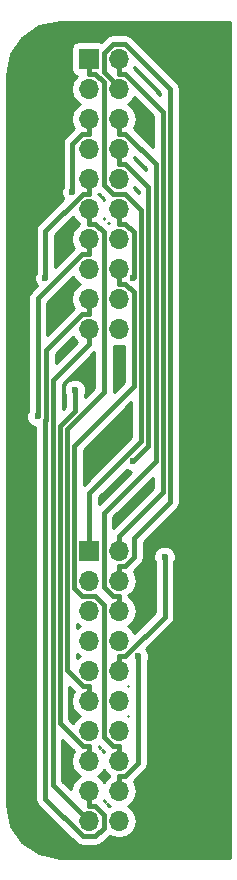
<source format=gbr>
G04 #@! TF.FileFunction,Copper,L1,Top,Signal*
%FSLAX46Y46*%
G04 Gerber Fmt 4.6, Leading zero omitted, Abs format (unit mm)*
G04 Created by KiCad (PCBNEW 4.0.7) date 04/11/18 13:12:21*
%MOMM*%
%LPD*%
G01*
G04 APERTURE LIST*
%ADD10C,0.100000*%
%ADD11R,1.700000X1.700000*%
%ADD12O,1.700000X1.700000*%
%ADD13C,0.600000*%
%ADD14C,0.400000*%
%ADD15C,0.254000*%
G04 APERTURE END LIST*
D10*
D11*
X106680000Y-69850000D03*
D12*
X109220000Y-69850000D03*
X106680000Y-72390000D03*
X109220000Y-72390000D03*
X106680000Y-74930000D03*
X109220000Y-74930000D03*
X106680000Y-77470000D03*
X109220000Y-77470000D03*
X106680000Y-80010000D03*
X109220000Y-80010000D03*
X106680000Y-82550000D03*
X109220000Y-82550000D03*
X106680000Y-85090000D03*
X109220000Y-85090000D03*
X106680000Y-87630000D03*
X109220000Y-87630000D03*
X106680000Y-90170000D03*
X109220000Y-90170000D03*
X106680000Y-92710000D03*
X109220000Y-92710000D03*
D11*
X106680000Y-111506000D03*
D12*
X109220000Y-111506000D03*
X106680000Y-114046000D03*
X109220000Y-114046000D03*
X106680000Y-116586000D03*
X109220000Y-116586000D03*
X106680000Y-119126000D03*
X109220000Y-119126000D03*
X106680000Y-121666000D03*
X109220000Y-121666000D03*
X106680000Y-124206000D03*
X109220000Y-124206000D03*
X106680000Y-126746000D03*
X109220000Y-126746000D03*
X106680000Y-129286000D03*
X109220000Y-129286000D03*
X106680000Y-131826000D03*
X109220000Y-131826000D03*
X106680000Y-134366000D03*
X109220000Y-134366000D03*
D13*
X105292200Y-81129000D03*
X110463700Y-103883200D03*
X103009700Y-88380300D03*
X113093000Y-112000500D03*
X110400800Y-88379600D03*
X102340400Y-100113700D03*
X105500100Y-97848200D03*
X110827000Y-120410100D03*
D14*
X106680000Y-69850000D02*
X106680000Y-71100300D01*
X106680000Y-71100300D02*
X107227000Y-71100300D01*
X106680000Y-106634900D02*
X106680000Y-111506000D01*
X111130100Y-102184800D02*
X106680000Y-106634900D01*
X111130100Y-82643400D02*
X111130100Y-102184800D01*
X109766700Y-81280000D02*
X111130100Y-82643400D01*
X108707800Y-81280000D02*
X109766700Y-81280000D01*
X107969700Y-80541900D02*
X108707800Y-81280000D01*
X107969700Y-71843000D02*
X107969700Y-80541900D01*
X107227000Y-71100300D02*
X107969700Y-71843000D01*
X109220000Y-111506000D02*
X109220000Y-110255700D01*
X109220000Y-69850000D02*
X109220000Y-71100300D01*
X112943900Y-106531800D02*
X109220000Y-110255700D01*
X112943900Y-74306100D02*
X112943900Y-106531800D01*
X109738100Y-71100300D02*
X112943900Y-74306100D01*
X109220000Y-71100300D02*
X109738100Y-71100300D01*
X109738100Y-112795700D02*
X109220000Y-112795700D01*
X110509600Y-112024200D02*
X109738100Y-112795700D01*
X110509600Y-110372600D02*
X110509600Y-112024200D01*
X113546000Y-107336200D02*
X110509600Y-110372600D01*
X113546000Y-72401200D02*
X113546000Y-107336200D01*
X109734400Y-68589600D02*
X113546000Y-72401200D01*
X108692700Y-68589600D02*
X109734400Y-68589600D01*
X107930500Y-69351800D02*
X108692700Y-68589600D01*
X107930500Y-70954700D02*
X107930500Y-69351800D01*
X109220000Y-72244200D02*
X107930500Y-70954700D01*
X109220000Y-72390000D02*
X109220000Y-72244200D01*
X109220000Y-114046000D02*
X109220000Y-112795700D01*
X105292200Y-77021100D02*
X105292200Y-81129000D01*
X106133000Y-76180300D02*
X105292200Y-77021100D01*
X106680000Y-76180300D02*
X106133000Y-76180300D01*
X106680000Y-74930000D02*
X106680000Y-76180300D01*
X109220000Y-74930000D02*
X109220000Y-76180300D01*
X109220000Y-116586000D02*
X109220000Y-115335700D01*
X108701900Y-115335700D02*
X109220000Y-115335700D01*
X107930400Y-114564200D02*
X108701900Y-115335700D01*
X107930400Y-108330100D02*
X107930400Y-114564200D01*
X112343500Y-103917000D02*
X107930400Y-108330100D01*
X112343500Y-78756800D02*
X112343500Y-103917000D01*
X109767000Y-76180300D02*
X112343500Y-78756800D01*
X109220000Y-76180300D02*
X109767000Y-76180300D01*
X109220000Y-77470000D02*
X109220000Y-78720300D01*
X111730500Y-102616400D02*
X110463700Y-103883200D01*
X111730500Y-80683800D02*
X111730500Y-102616400D01*
X109767000Y-78720300D02*
X111730500Y-80683800D01*
X109220000Y-78720300D02*
X109767000Y-78720300D01*
X106680000Y-80010000D02*
X106680000Y-81260300D01*
X103009700Y-84401900D02*
X103009700Y-88380300D01*
X106151200Y-81260400D02*
X103009700Y-84401900D01*
X106151200Y-81260300D02*
X106151200Y-81260400D01*
X106680000Y-81260300D02*
X106151200Y-81260300D01*
X109738100Y-120415700D02*
X109220000Y-120415700D01*
X113093000Y-117060800D02*
X109738100Y-120415700D01*
X113093000Y-112000500D02*
X113093000Y-117060800D01*
X109220000Y-121666000D02*
X109220000Y-120415700D01*
X106161900Y-122955700D02*
X106680000Y-122955700D01*
X104809800Y-121603600D02*
X106161900Y-122955700D01*
X104809800Y-101181600D02*
X104809800Y-121603600D01*
X107950000Y-98041400D02*
X104809800Y-101181600D01*
X107950000Y-84523300D02*
X107950000Y-98041400D01*
X107227000Y-83800300D02*
X107950000Y-84523300D01*
X106680000Y-83800300D02*
X107227000Y-83800300D01*
X106680000Y-82550000D02*
X106680000Y-83800300D01*
X106680000Y-124206000D02*
X106680000Y-122955700D01*
X109220000Y-82550000D02*
X109220000Y-83800300D01*
X110470300Y-88310100D02*
X110400800Y-88379600D01*
X110470300Y-84503500D02*
X110470300Y-88310100D01*
X109767100Y-83800300D02*
X110470300Y-84503500D01*
X109220000Y-83800300D02*
X109767100Y-83800300D01*
X102340400Y-90132800D02*
X102340400Y-100113700D01*
X106132900Y-86340300D02*
X102340400Y-90132800D01*
X106680000Y-86340300D02*
X106132900Y-86340300D01*
X106680000Y-85090000D02*
X106680000Y-86340300D01*
X106680000Y-129286000D02*
X106680000Y-128035700D01*
X105500100Y-99642200D02*
X105500100Y-97848200D01*
X104209400Y-100932900D02*
X105500100Y-99642200D01*
X104209400Y-126083200D02*
X104209400Y-100932900D01*
X106161900Y-128035700D02*
X104209400Y-126083200D01*
X106680000Y-128035700D02*
X106161900Y-128035700D01*
X109220000Y-87630000D02*
X109220000Y-88880300D01*
X109220000Y-129286000D02*
X109220000Y-128035700D01*
X109731800Y-88880300D02*
X109220000Y-88880300D01*
X110473300Y-89621800D02*
X109731800Y-88880300D01*
X110473300Y-97567200D02*
X110473300Y-89621800D01*
X105410200Y-102630300D02*
X110473300Y-97567200D01*
X105410200Y-114612200D02*
X105410200Y-102630300D01*
X106114000Y-115316000D02*
X105410200Y-114612200D01*
X107204600Y-115316000D02*
X106114000Y-115316000D01*
X107950000Y-116061400D02*
X107204600Y-115316000D01*
X107950000Y-127283800D02*
X107950000Y-116061400D01*
X108701900Y-128035700D02*
X107950000Y-127283800D01*
X109220000Y-128035700D02*
X108701900Y-128035700D01*
X106680000Y-90170000D02*
X106680000Y-91420300D01*
X106680000Y-131826000D02*
X106680000Y-133076300D01*
X106133000Y-91420300D02*
X106680000Y-91420300D01*
X103040700Y-94512600D02*
X106133000Y-91420300D01*
X103040700Y-100403800D02*
X103040700Y-94512600D01*
X102989300Y-100455200D02*
X103040700Y-100403800D01*
X102989300Y-132470500D02*
X102989300Y-100455200D01*
X106185200Y-135666400D02*
X102989300Y-132470500D01*
X107220500Y-135666400D02*
X106185200Y-135666400D01*
X107950000Y-134936900D02*
X107220500Y-135666400D01*
X107950000Y-133828200D02*
X107950000Y-134936900D01*
X107198100Y-133076300D02*
X107950000Y-133828200D01*
X106680000Y-133076300D02*
X107198100Y-133076300D01*
X109220000Y-131826000D02*
X109220000Y-130575700D01*
X110827000Y-129486800D02*
X110827000Y-120410100D01*
X109738100Y-130575700D02*
X110827000Y-129486800D01*
X109220000Y-130575700D02*
X109738100Y-130575700D01*
X103641000Y-96999300D02*
X106680000Y-93960300D01*
X103641000Y-100652400D02*
X103641000Y-96999300D01*
X103609000Y-100684400D02*
X103641000Y-100652400D01*
X103609000Y-131295000D02*
X103609000Y-100684400D01*
X106680000Y-134366000D02*
X103609000Y-131295000D01*
X106680000Y-92710000D02*
X106680000Y-93960300D01*
D15*
G36*
X118670000Y-137466000D02*
X104209931Y-137466000D01*
X102472997Y-137120502D01*
X101059779Y-136176221D01*
X100115498Y-134763005D01*
X99770000Y-133026069D01*
X99770000Y-100298867D01*
X101405238Y-100298867D01*
X101547283Y-100642643D01*
X101810073Y-100905892D01*
X102153601Y-101048538D01*
X102154300Y-101048539D01*
X102154300Y-132470500D01*
X102217861Y-132790041D01*
X102278638Y-132881000D01*
X102398866Y-133060934D01*
X105594766Y-136256834D01*
X105865659Y-136437839D01*
X106185200Y-136501400D01*
X107220500Y-136501400D01*
X107540041Y-136437839D01*
X107810934Y-136256834D01*
X108447092Y-135620676D01*
X108622622Y-135737961D01*
X109190907Y-135851000D01*
X109249093Y-135851000D01*
X109817378Y-135737961D01*
X110299147Y-135416054D01*
X110621054Y-134934285D01*
X110734093Y-134366000D01*
X110621054Y-133797715D01*
X110299147Y-133315946D01*
X109969974Y-133096000D01*
X110299147Y-132876054D01*
X110621054Y-132394285D01*
X110734093Y-131826000D01*
X110621054Y-131257715D01*
X110467205Y-131027463D01*
X111417434Y-130077234D01*
X111551604Y-129876434D01*
X111598439Y-129806341D01*
X111662000Y-129486800D01*
X111662000Y-120837334D01*
X111761838Y-120596899D01*
X111762162Y-120224933D01*
X111620117Y-119881157D01*
X111536887Y-119797781D01*
X113683434Y-117651234D01*
X113693577Y-117636054D01*
X113864439Y-117380341D01*
X113928000Y-117060800D01*
X113928000Y-112427734D01*
X114027838Y-112187299D01*
X114028162Y-111815333D01*
X113886117Y-111471557D01*
X113623327Y-111208308D01*
X113279799Y-111065662D01*
X112907833Y-111065338D01*
X112564057Y-111207383D01*
X112300808Y-111470173D01*
X112158162Y-111813701D01*
X112157838Y-112185667D01*
X112258000Y-112428078D01*
X112258000Y-116714932D01*
X110538607Y-118434325D01*
X110299147Y-118075946D01*
X109969974Y-117856000D01*
X110299147Y-117636054D01*
X110621054Y-117154285D01*
X110734093Y-116586000D01*
X110621054Y-116017715D01*
X110299147Y-115535946D01*
X110055000Y-115372813D01*
X110055000Y-115335700D01*
X110041566Y-115268164D01*
X110299147Y-115096054D01*
X110621054Y-114614285D01*
X110734093Y-114046000D01*
X110621054Y-113477715D01*
X110467205Y-113247463D01*
X111100034Y-112614634D01*
X111281040Y-112343740D01*
X111344600Y-112024200D01*
X111344600Y-110718468D01*
X114136434Y-107926634D01*
X114261362Y-107739666D01*
X114317439Y-107655741D01*
X114381000Y-107336200D01*
X114381000Y-72401200D01*
X114317439Y-72081659D01*
X114136434Y-71810766D01*
X110324834Y-67999166D01*
X110209875Y-67922353D01*
X110053941Y-67818161D01*
X109734400Y-67754600D01*
X108692700Y-67754600D01*
X108373160Y-67818160D01*
X108102266Y-67999166D01*
X107712013Y-68389419D01*
X107530000Y-68352560D01*
X105830000Y-68352560D01*
X105594683Y-68396838D01*
X105378559Y-68535910D01*
X105233569Y-68748110D01*
X105182560Y-69000000D01*
X105182560Y-70700000D01*
X105226838Y-70935317D01*
X105365910Y-71151441D01*
X105578110Y-71296431D01*
X105645541Y-71310086D01*
X105600853Y-71339946D01*
X105278946Y-71821715D01*
X105165907Y-72390000D01*
X105278946Y-72958285D01*
X105600853Y-73440054D01*
X105930026Y-73660000D01*
X105600853Y-73879946D01*
X105278946Y-74361715D01*
X105165907Y-74930000D01*
X105278946Y-75498285D01*
X105421219Y-75711213D01*
X104701766Y-76430666D01*
X104520761Y-76701559D01*
X104457200Y-77021100D01*
X104457200Y-80701766D01*
X104357362Y-80942201D01*
X104357038Y-81314167D01*
X104499083Y-81657943D01*
X104535904Y-81694828D01*
X102419266Y-83811466D01*
X102238261Y-84082359D01*
X102174700Y-84401900D01*
X102174700Y-87953066D01*
X102074862Y-88193501D01*
X102074538Y-88565467D01*
X102216583Y-88909243D01*
X102299763Y-88992569D01*
X101749966Y-89542366D01*
X101568961Y-89813259D01*
X101505400Y-90132800D01*
X101505400Y-99686466D01*
X101405562Y-99926901D01*
X101405238Y-100298867D01*
X99770000Y-100298867D01*
X99770000Y-71189931D01*
X100115498Y-69452995D01*
X101059779Y-68039779D01*
X102472997Y-67095498D01*
X104209931Y-66750000D01*
X118670000Y-66750000D01*
X118670000Y-137466000D01*
X118670000Y-137466000D01*
G37*
X118670000Y-137466000D02*
X104209931Y-137466000D01*
X102472997Y-137120502D01*
X101059779Y-136176221D01*
X100115498Y-134763005D01*
X99770000Y-133026069D01*
X99770000Y-100298867D01*
X101405238Y-100298867D01*
X101547283Y-100642643D01*
X101810073Y-100905892D01*
X102153601Y-101048538D01*
X102154300Y-101048539D01*
X102154300Y-132470500D01*
X102217861Y-132790041D01*
X102278638Y-132881000D01*
X102398866Y-133060934D01*
X105594766Y-136256834D01*
X105865659Y-136437839D01*
X106185200Y-136501400D01*
X107220500Y-136501400D01*
X107540041Y-136437839D01*
X107810934Y-136256834D01*
X108447092Y-135620676D01*
X108622622Y-135737961D01*
X109190907Y-135851000D01*
X109249093Y-135851000D01*
X109817378Y-135737961D01*
X110299147Y-135416054D01*
X110621054Y-134934285D01*
X110734093Y-134366000D01*
X110621054Y-133797715D01*
X110299147Y-133315946D01*
X109969974Y-133096000D01*
X110299147Y-132876054D01*
X110621054Y-132394285D01*
X110734093Y-131826000D01*
X110621054Y-131257715D01*
X110467205Y-131027463D01*
X111417434Y-130077234D01*
X111551604Y-129876434D01*
X111598439Y-129806341D01*
X111662000Y-129486800D01*
X111662000Y-120837334D01*
X111761838Y-120596899D01*
X111762162Y-120224933D01*
X111620117Y-119881157D01*
X111536887Y-119797781D01*
X113683434Y-117651234D01*
X113693577Y-117636054D01*
X113864439Y-117380341D01*
X113928000Y-117060800D01*
X113928000Y-112427734D01*
X114027838Y-112187299D01*
X114028162Y-111815333D01*
X113886117Y-111471557D01*
X113623327Y-111208308D01*
X113279799Y-111065662D01*
X112907833Y-111065338D01*
X112564057Y-111207383D01*
X112300808Y-111470173D01*
X112158162Y-111813701D01*
X112157838Y-112185667D01*
X112258000Y-112428078D01*
X112258000Y-116714932D01*
X110538607Y-118434325D01*
X110299147Y-118075946D01*
X109969974Y-117856000D01*
X110299147Y-117636054D01*
X110621054Y-117154285D01*
X110734093Y-116586000D01*
X110621054Y-116017715D01*
X110299147Y-115535946D01*
X110055000Y-115372813D01*
X110055000Y-115335700D01*
X110041566Y-115268164D01*
X110299147Y-115096054D01*
X110621054Y-114614285D01*
X110734093Y-114046000D01*
X110621054Y-113477715D01*
X110467205Y-113247463D01*
X111100034Y-112614634D01*
X111281040Y-112343740D01*
X111344600Y-112024200D01*
X111344600Y-110718468D01*
X114136434Y-107926634D01*
X114261362Y-107739666D01*
X114317439Y-107655741D01*
X114381000Y-107336200D01*
X114381000Y-72401200D01*
X114317439Y-72081659D01*
X114136434Y-71810766D01*
X110324834Y-67999166D01*
X110209875Y-67922353D01*
X110053941Y-67818161D01*
X109734400Y-67754600D01*
X108692700Y-67754600D01*
X108373160Y-67818160D01*
X108102266Y-67999166D01*
X107712013Y-68389419D01*
X107530000Y-68352560D01*
X105830000Y-68352560D01*
X105594683Y-68396838D01*
X105378559Y-68535910D01*
X105233569Y-68748110D01*
X105182560Y-69000000D01*
X105182560Y-70700000D01*
X105226838Y-70935317D01*
X105365910Y-71151441D01*
X105578110Y-71296431D01*
X105645541Y-71310086D01*
X105600853Y-71339946D01*
X105278946Y-71821715D01*
X105165907Y-72390000D01*
X105278946Y-72958285D01*
X105600853Y-73440054D01*
X105930026Y-73660000D01*
X105600853Y-73879946D01*
X105278946Y-74361715D01*
X105165907Y-74930000D01*
X105278946Y-75498285D01*
X105421219Y-75711213D01*
X104701766Y-76430666D01*
X104520761Y-76701559D01*
X104457200Y-77021100D01*
X104457200Y-80701766D01*
X104357362Y-80942201D01*
X104357038Y-81314167D01*
X104499083Y-81657943D01*
X104535904Y-81694828D01*
X102419266Y-83811466D01*
X102238261Y-84082359D01*
X102174700Y-84401900D01*
X102174700Y-87953066D01*
X102074862Y-88193501D01*
X102074538Y-88565467D01*
X102216583Y-88909243D01*
X102299763Y-88992569D01*
X101749966Y-89542366D01*
X101568961Y-89813259D01*
X101505400Y-90132800D01*
X101505400Y-99686466D01*
X101405562Y-99926901D01*
X101405238Y-100298867D01*
X99770000Y-100298867D01*
X99770000Y-71189931D01*
X100115498Y-69452995D01*
X101059779Y-68039779D01*
X102472997Y-67095498D01*
X104209931Y-66750000D01*
X118670000Y-66750000D01*
X118670000Y-137466000D01*
G36*
X108470026Y-133096000D02*
X108427250Y-133124582D01*
X108254977Y-132952309D01*
X108470026Y-133096000D01*
X108470026Y-133096000D01*
G37*
X108470026Y-133096000D02*
X108427250Y-133124582D01*
X108254977Y-132952309D01*
X108470026Y-133096000D01*
G36*
X108064598Y-132761930D02*
X107927205Y-132624537D01*
X107950000Y-132590422D01*
X108064598Y-132761930D01*
X108064598Y-132761930D01*
G37*
X108064598Y-132761930D02*
X107927205Y-132624537D01*
X107950000Y-132590422D01*
X108064598Y-132761930D01*
G36*
X105432795Y-128487463D02*
X105278946Y-128717715D01*
X105165907Y-129286000D01*
X105278946Y-129854285D01*
X105600853Y-130336054D01*
X105930026Y-130556000D01*
X105600853Y-130775946D01*
X105278946Y-131257715D01*
X105191617Y-131696749D01*
X104444000Y-130949132D01*
X104444000Y-127498668D01*
X105432795Y-128487463D01*
X105432795Y-128487463D01*
G37*
X105432795Y-128487463D02*
X105278946Y-128717715D01*
X105165907Y-129286000D01*
X105278946Y-129854285D01*
X105600853Y-130336054D01*
X105930026Y-130556000D01*
X105600853Y-130775946D01*
X105278946Y-131257715D01*
X105191617Y-131696749D01*
X104444000Y-130949132D01*
X104444000Y-127498668D01*
X105432795Y-128487463D01*
G36*
X108140853Y-130336054D02*
X108398434Y-130508164D01*
X108385000Y-130575700D01*
X108385000Y-130612813D01*
X108140853Y-130775946D01*
X107950000Y-131061578D01*
X107759147Y-130775946D01*
X107429974Y-130556000D01*
X107759147Y-130336054D01*
X107950000Y-130050422D01*
X108140853Y-130336054D01*
X108140853Y-130336054D01*
G37*
X108140853Y-130336054D02*
X108398434Y-130508164D01*
X108385000Y-130575700D01*
X108385000Y-130612813D01*
X108140853Y-130775946D01*
X107950000Y-131061578D01*
X107759147Y-130775946D01*
X107429974Y-130556000D01*
X107759147Y-130336054D01*
X107950000Y-130050422D01*
X108140853Y-130336054D01*
G36*
X107972795Y-128487463D02*
X107950000Y-128521578D01*
X107835402Y-128350070D01*
X107972795Y-128487463D01*
X107972795Y-128487463D01*
G37*
X107972795Y-128487463D02*
X107950000Y-128521578D01*
X107835402Y-128350070D01*
X107972795Y-128487463D01*
G36*
X107645023Y-128159691D02*
X107515000Y-128072813D01*
X107515000Y-128035700D01*
X107513502Y-128028170D01*
X107645023Y-128159691D01*
X107645023Y-128159691D01*
G37*
X107645023Y-128159691D02*
X107515000Y-128072813D01*
X107515000Y-128035700D01*
X107513502Y-128028170D01*
X107645023Y-128159691D01*
G36*
X105432795Y-123407463D02*
X105278946Y-123637715D01*
X105165907Y-124206000D01*
X105278946Y-124774285D01*
X105600853Y-125256054D01*
X105930026Y-125476000D01*
X105600853Y-125695946D01*
X105361393Y-126054325D01*
X105044400Y-125737332D01*
X105044400Y-123019068D01*
X105432795Y-123407463D01*
X105432795Y-123407463D01*
G37*
X105432795Y-123407463D02*
X105278946Y-123637715D01*
X105165907Y-124206000D01*
X105278946Y-124774285D01*
X105600853Y-125256054D01*
X105930026Y-125476000D01*
X105600853Y-125695946D01*
X105361393Y-126054325D01*
X105044400Y-125737332D01*
X105044400Y-123019068D01*
X105432795Y-123407463D01*
G36*
X109992000Y-125490717D02*
X109969974Y-125476000D01*
X109992000Y-125461283D01*
X109992000Y-125490717D01*
X109992000Y-125490717D01*
G37*
X109992000Y-125490717D02*
X109969974Y-125476000D01*
X109992000Y-125461283D01*
X109992000Y-125490717D01*
G36*
X109992000Y-122950717D02*
X109969974Y-122936000D01*
X109992000Y-122921283D01*
X109992000Y-122950717D01*
X109992000Y-122950717D01*
G37*
X109992000Y-122950717D02*
X109969974Y-122936000D01*
X109992000Y-122921283D01*
X109992000Y-122950717D01*
G36*
X105930026Y-120396000D02*
X105644800Y-120586582D01*
X105644800Y-120205418D01*
X105930026Y-120396000D01*
X105930026Y-120396000D01*
G37*
X105930026Y-120396000D02*
X105644800Y-120586582D01*
X105644800Y-120205418D01*
X105930026Y-120396000D01*
G36*
X105930026Y-117856000D02*
X105644800Y-118046582D01*
X105644800Y-117665418D01*
X105930026Y-117856000D01*
X105930026Y-117856000D01*
G37*
X105930026Y-117856000D02*
X105644800Y-118046582D01*
X105644800Y-117665418D01*
X105930026Y-117856000D01*
G36*
X112108900Y-106185932D02*
X108765400Y-109529432D01*
X108765400Y-108675968D01*
X112108900Y-105332468D01*
X112108900Y-106185932D01*
X112108900Y-106185932D01*
G37*
X112108900Y-106185932D02*
X108765400Y-109529432D01*
X108765400Y-108675968D01*
X112108900Y-105332468D01*
X112108900Y-106185932D01*
G36*
X109933373Y-104675392D02*
X110266085Y-104813547D01*
X107515000Y-107564632D01*
X107515000Y-106980768D01*
X109876924Y-104618844D01*
X109933373Y-104675392D01*
X109933373Y-104675392D01*
G37*
X109933373Y-104675392D02*
X110266085Y-104813547D01*
X107515000Y-107564632D01*
X107515000Y-106980768D01*
X109876924Y-104618844D01*
X109933373Y-104675392D01*
G36*
X110295100Y-101838932D02*
X106245200Y-105888832D01*
X106245200Y-102976168D01*
X110295100Y-98926268D01*
X110295100Y-101838932D01*
X110295100Y-101838932D01*
G37*
X110295100Y-101838932D02*
X106245200Y-105888832D01*
X106245200Y-102976168D01*
X110295100Y-98926268D01*
X110295100Y-101838932D01*
G36*
X107115000Y-97695532D02*
X106335100Y-98475432D01*
X106335100Y-98275434D01*
X106434938Y-98034999D01*
X106435262Y-97663033D01*
X106293217Y-97319257D01*
X106030427Y-97056008D01*
X105686899Y-96913362D01*
X105314933Y-96913038D01*
X104971157Y-97055083D01*
X104707908Y-97317873D01*
X104565262Y-97661401D01*
X104564938Y-98033367D01*
X104665100Y-98275778D01*
X104665100Y-99296332D01*
X104476000Y-99485432D01*
X104476000Y-97345168D01*
X107115000Y-94706168D01*
X107115000Y-97695532D01*
X107115000Y-97695532D01*
G37*
X107115000Y-97695532D02*
X106335100Y-98475432D01*
X106335100Y-98275434D01*
X106434938Y-98034999D01*
X106435262Y-97663033D01*
X106293217Y-97319257D01*
X106030427Y-97056008D01*
X105686899Y-96913362D01*
X105314933Y-96913038D01*
X104971157Y-97055083D01*
X104707908Y-97317873D01*
X104565262Y-97661401D01*
X104564938Y-98033367D01*
X104665100Y-98275778D01*
X104665100Y-99296332D01*
X104476000Y-99485432D01*
X104476000Y-97345168D01*
X107115000Y-94706168D01*
X107115000Y-97695532D01*
G36*
X109190907Y-94195000D02*
X109249093Y-94195000D01*
X109638300Y-94117582D01*
X109638300Y-97221332D01*
X108776748Y-98082884D01*
X108785000Y-98041400D01*
X108785000Y-94114260D01*
X109190907Y-94195000D01*
X109190907Y-94195000D01*
G37*
X109190907Y-94195000D02*
X109249093Y-94195000D01*
X109638300Y-94117582D01*
X109638300Y-97221332D01*
X108776748Y-98082884D01*
X108785000Y-98041400D01*
X108785000Y-94114260D01*
X109190907Y-94195000D01*
G36*
X105600853Y-93760054D02*
X105659914Y-93799518D01*
X103875700Y-95583732D01*
X103875700Y-94858468D01*
X105349817Y-93384351D01*
X105600853Y-93760054D01*
X105600853Y-93760054D01*
G37*
X105600853Y-93760054D02*
X105659914Y-93799518D01*
X103875700Y-95583732D01*
X103875700Y-94858468D01*
X105349817Y-93384351D01*
X105600853Y-93760054D01*
G36*
X105600853Y-88680054D02*
X105930026Y-88900000D01*
X105600853Y-89119946D01*
X105278946Y-89601715D01*
X105165907Y-90170000D01*
X105278946Y-90738285D01*
X105421219Y-90951213D01*
X103175400Y-93197032D01*
X103175400Y-90478668D01*
X105349777Y-88304291D01*
X105600853Y-88680054D01*
X105600853Y-88680054D01*
G37*
X105600853Y-88680054D02*
X105930026Y-88900000D01*
X105600853Y-89119946D01*
X105278946Y-89601715D01*
X105165907Y-90170000D01*
X105278946Y-90738285D01*
X105421219Y-90951213D01*
X103175400Y-93197032D01*
X103175400Y-90478668D01*
X105349777Y-88304291D01*
X105600853Y-88680054D01*
G36*
X105600853Y-83600054D02*
X105845000Y-83763187D01*
X105845000Y-83800300D01*
X105858434Y-83867836D01*
X105600853Y-84039946D01*
X105278946Y-84521715D01*
X105165907Y-85090000D01*
X105278946Y-85658285D01*
X105421179Y-85871153D01*
X103844700Y-87447632D01*
X103844700Y-84747768D01*
X105357147Y-83235321D01*
X105600853Y-83600054D01*
X105600853Y-83600054D01*
G37*
X105600853Y-83600054D02*
X105845000Y-83763187D01*
X105845000Y-83800300D01*
X105858434Y-83867836D01*
X105600853Y-84039946D01*
X105278946Y-84521715D01*
X105165907Y-85090000D01*
X105278946Y-85658285D01*
X105421179Y-85871153D01*
X103844700Y-87447632D01*
X103844700Y-84747768D01*
X105357147Y-83235321D01*
X105600853Y-83600054D01*
G36*
X108385000Y-83763187D02*
X108385000Y-83777432D01*
X108342072Y-83734504D01*
X108385000Y-83763187D01*
X108385000Y-83763187D01*
G37*
X108385000Y-83763187D02*
X108385000Y-83777432D01*
X108342072Y-83734504D01*
X108385000Y-83763187D01*
G36*
X108006403Y-83398835D02*
X107938781Y-83331213D01*
X107950000Y-83314422D01*
X108006403Y-83398835D01*
X108006403Y-83398835D01*
G37*
X108006403Y-83398835D02*
X107938781Y-83331213D01*
X107950000Y-83314422D01*
X108006403Y-83398835D01*
G36*
X107983049Y-81736117D02*
X107950000Y-81785578D01*
X107783853Y-81536921D01*
X107983049Y-81736117D01*
X107983049Y-81736117D01*
G37*
X107983049Y-81736117D02*
X107950000Y-81785578D01*
X107783853Y-81536921D01*
X107983049Y-81736117D01*
G36*
X107722172Y-81475240D02*
X107501566Y-81327836D01*
X107513711Y-81266779D01*
X107722172Y-81475240D01*
X107722172Y-81475240D01*
G37*
X107722172Y-81475240D02*
X107501566Y-81327836D01*
X107513711Y-81266779D01*
X107722172Y-81475240D01*
G36*
X110895500Y-81029668D02*
X110895500Y-81227932D01*
X110470770Y-80803202D01*
X110550183Y-80684351D01*
X110895500Y-81029668D01*
X110895500Y-81029668D01*
G37*
X110895500Y-81029668D02*
X110895500Y-81227932D01*
X110470770Y-80803202D01*
X110550183Y-80684351D01*
X110895500Y-81029668D01*
G36*
X111508500Y-79102668D02*
X111508500Y-79280932D01*
X110478781Y-78251213D01*
X110550183Y-78144351D01*
X111508500Y-79102668D01*
X111508500Y-79102668D01*
G37*
X111508500Y-79102668D02*
X111508500Y-79280932D01*
X110478781Y-78251213D01*
X110550183Y-78144351D01*
X111508500Y-79102668D01*
G36*
X112108900Y-74651968D02*
X112108900Y-77341332D01*
X110478781Y-75711213D01*
X110621054Y-75498285D01*
X110734093Y-74930000D01*
X110621054Y-74361715D01*
X110299147Y-73879946D01*
X109969974Y-73660000D01*
X110299147Y-73440054D01*
X110538607Y-73081675D01*
X112108900Y-74651968D01*
X112108900Y-74651968D01*
G37*
X112108900Y-74651968D02*
X112108900Y-77341332D01*
X110478781Y-75711213D01*
X110621054Y-75498285D01*
X110734093Y-74930000D01*
X110621054Y-74361715D01*
X110299147Y-73879946D01*
X109969974Y-73660000D01*
X110299147Y-73440054D01*
X110538607Y-73081675D01*
X112108900Y-74651968D01*
G36*
X112711000Y-72747068D02*
X112711000Y-72892332D01*
X110467205Y-70648537D01*
X110525389Y-70561457D01*
X112711000Y-72747068D01*
X112711000Y-72747068D01*
G37*
X112711000Y-72747068D02*
X112711000Y-72892332D01*
X110467205Y-70648537D01*
X110525389Y-70561457D01*
X112711000Y-72747068D01*
M02*

</source>
